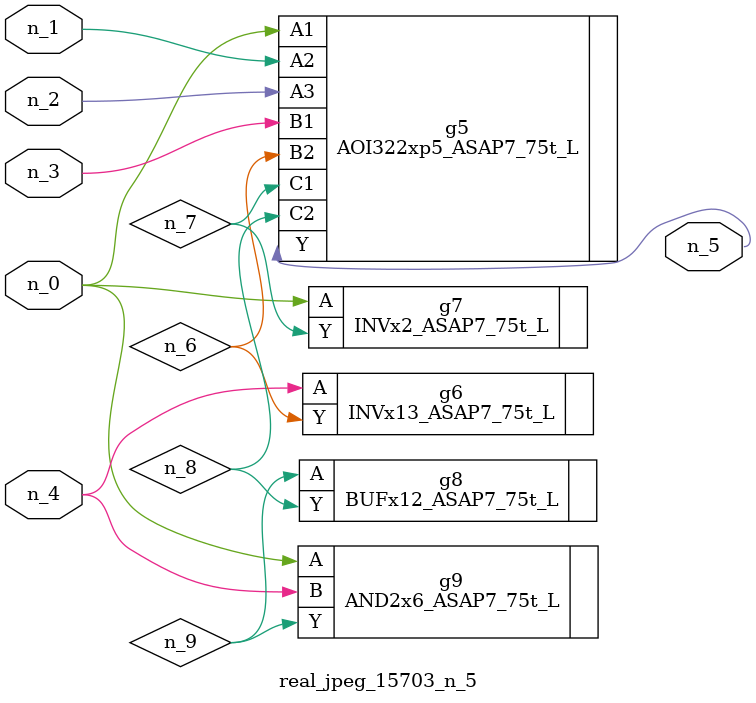
<source format=v>
module real_jpeg_15703_n_5 (n_4, n_0, n_1, n_2, n_3, n_5);

input n_4;
input n_0;
input n_1;
input n_2;
input n_3;

output n_5;

wire n_8;
wire n_6;
wire n_7;
wire n_9;

AOI322xp5_ASAP7_75t_L g5 ( 
.A1(n_0),
.A2(n_1),
.A3(n_2),
.B1(n_3),
.B2(n_6),
.C1(n_7),
.C2(n_8),
.Y(n_5)
);

INVx2_ASAP7_75t_L g7 ( 
.A(n_0),
.Y(n_7)
);

AND2x6_ASAP7_75t_L g9 ( 
.A(n_0),
.B(n_4),
.Y(n_9)
);

INVx13_ASAP7_75t_L g6 ( 
.A(n_4),
.Y(n_6)
);

BUFx12_ASAP7_75t_L g8 ( 
.A(n_9),
.Y(n_8)
);


endmodule
</source>
